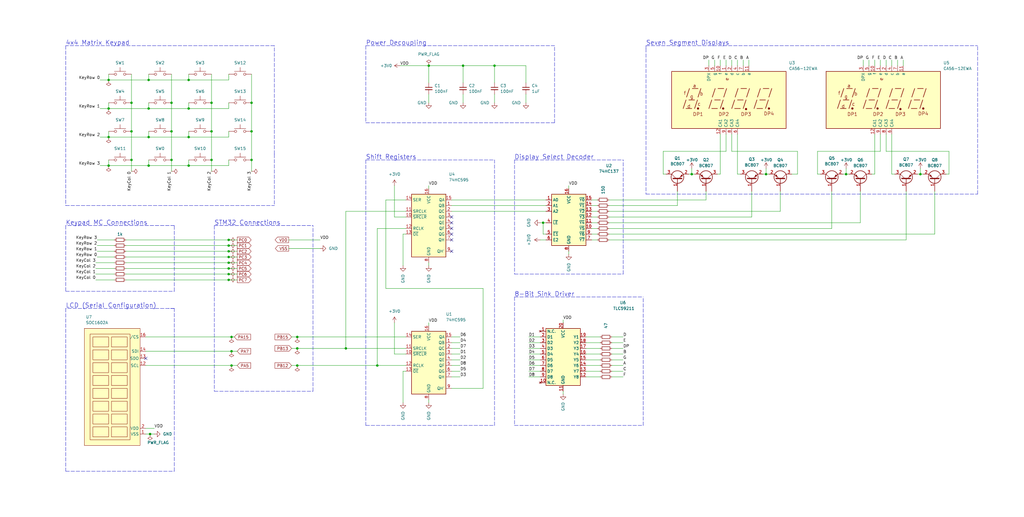
<source format=kicad_sch>
(kicad_sch (version 20211123) (generator eeschema)
  (paper "User" 454.99 230.022)
  (title_block (title "STM32 Serial Display Interface") (date "12/26/2023") (rev "1"))
  (lib_symbols
    (symbol "74xx:74HC137"
      (property "Reference" "U" (at -7.62 13.97 0))
      (property "Value" "74HC137" (at 2.54 -11.43 0))
      (symbol "74HC137_1_1"
        (pin input line (at -10.16 10.16 0) (length 2.54) (name "A0") (number "1"))
        (pin output line (at 10.16 -2.54 180) (length 2.54) (name "~{Y5}") (number "10"))
        (pin output line (at 10.16 0 180) (length 2.54) (name "~{Y4}") (number "11"))
        (pin output line (at 10.16 2.54 180) (length 2.54) (name "~{Y3}") (number "12"))
        (pin output line (at 10.16 5.08 180) (length 2.54) (name "~{Y2}") (number "13"))
        (pin output line (at 10.16 7.62 180) (length 2.54) (name "~{Y1}") (number "14"))
        (pin output line (at 10.16 10.16 180) (length 2.54) (name "~{Y0}") (number "15"))
        (pin power_in line (at 0 15.24 270) (length 2.54) (name "VCC") (number "16"))
        (pin input line (at -10.16 7.62 0) (length 2.54) (name "A1") (number "2"))
        (pin input line (at -10.16 5.08 0) (length 2.54) (name "A2") (number "3"))
        (pin input line (at -10.16 0 0) (length 2.54) (name "~{LE}") (number "4"))
        (pin input line (at -10.16 -5.08 0) (length 2.54) (name "~{E1}") (number "5"))
        (pin input line (at -10.16 -7.62 0) (length 2.54) (name "E2") (number "6"))
        (pin output line (at 10.16 -7.62 180) (length 2.54) (name "~{Y7}") (number "7"))
        (pin power_in line (at 0 -12.7 90) (length 2.54) (name "GND") (number "8"))
        (pin output line (at 10.16 -5.08 180) (length 2.54) (name "~{Y6}") (number "9"))
      )
    )
    (symbol "74xx:74HC595"
      (property "Reference" "U" (at -7.62 13.97 0))
      (property "Value" "74HC595" (at -7.62 -16.51 0))
      (symbol "74HC595_1_0"
        (pin tri_state line (at 10.16 7.62 180) (length 2.54) (name "QB") (number "1"))
        (pin input line (at -10.16 2.54 0) (length 2.54) (name "~{SRCLR}") (number "10"))
        (pin input line (at -10.16 5.08 0) (length 2.54) (name "SRCLK") (number "11"))
        (pin input line (at -10.16 -2.54 0) (length 2.54) (name "RCLK") (number "12"))
        (pin input line (at -10.16 -5.08 0) (length 2.54) (name "~{OE}") (number "13"))
        (pin input line (at -10.16 10.16 0) (length 2.54) (name "SER") (number "14"))
        (pin tri_state line (at 10.16 10.16 180) (length 2.54) (name "QA") (number "15"))
        (pin power_in line (at 0 15.24 270) (length 2.54) (name "VCC") (number "16"))
        (pin tri_state line (at 10.16 5.08 180) (length 2.54) (name "QC") (number "2"))
        (pin tri_state line (at 10.16 2.54 180) (length 2.54) (name "QD") (number "3"))
        (pin tri_state line (at 10.16 0 180) (length 2.54) (name "QE") (number "4"))
        (pin tri_state line (at 10.16 -2.54 180) (length 2.54) (name "QF") (number "5"))
        (pin tri_state line (at 10.16 -5.08 180) (length 2.54) (name "QG") (number "6"))
        (pin tri_state line (at 10.16 -7.62 180) (length 2.54) (name "QH") (number "7"))
        (pin power_in line (at 0 -17.78 90) (length 2.54) (name "GND") (number "8"))
        (pin output line (at 10.16 -12.7 180) (length 2.54) (name "QH'") (number "9"))
      )
    )
    (symbol "Device:C_Small" (pin_numbers hide) (pin_names (offset 0.254) hide)
      (property "Reference" "C" (at 0.254 1.778 0))
      (property "Value" "C_Small" (at 0.254 -2.032 0))
      (symbol "C_Small_1_1"
        (pin passive line (at 0 2.54 270) (length 2.032) (name "~") (number "1"))
        (pin passive line (at 0 -2.54 90) (length 2.032) (name "~") (number "2"))
      )
    )
    (symbol "Device:R_Small" (pin_numbers hide) (pin_names (offset 0.254) hide)
      (property "Reference" "R" (at 0.762 0.508 0))
      (property "Value" "R_Small" (at 0.762 -1.016 0))
      (symbol "R_Small_1_1"
        (pin passive line (at 0 2.54 270) (length 0.762) (name "~") (number "1"))
        (pin passive line (at 0 -2.54 90) (length 0.762) (name "~") (number "2"))
      )
    )
    (symbol "Display_Character:CA56-12EWA"
      (property "Reference" "U" (at -24.13 13.97 0))
      (property "Value" "CA56-12EWA" (at 19.05 13.97 0))
      (symbol "CA56-12EWA_0_0"
        (text "a" (at -15.24 6.35 0) (effects (font (size 1.524 1.524))))
        (text "b" (at -12.192 2.794 0) (effects (font (size 1.524 1.524))))
        (text "c" (at -13.208 -1.778 0) (effects (font (size 1.524 1.524))))
        (text "d" (at -17.78 -2.794 0) (effects (font (size 1.524 1.524))))
        (text "DP1" (at -13.716 -6.35 0) (effects (font (size 1.524 1.524))))
        (text "DP2" (at -2.286 -6.35 0) (effects (font (size 1.524 1.524))))
        (text "DP3" (at 7.62 -6.35 0) (effects (font (size 1.524 1.524))))
        (text "DP4" (at 17.78 -6.096 0) (effects (font (size 1.524 1.524))))
        (text "e" (at -0.889 9.271 900) (effects (font (size 1.524 1.524))))
        (text "f" (at -19.558 3.048 0) (effects (font (size 1.524 1.524))))
        (text "g" (at -16.51 1.524 0) (effects (font (size 1.524 1.524))))
      )
      (symbol "CA56-12EWA_1_1"
        (pin input line (at -1.27 15.24 270) (length 2.54) (name "e") (number "1"))
        (pin input line (at -3.81 15.24 270) (length 2.54) (name "f") (number "10"))
        (pin input line (at 8.89 15.24 270) (length 2.54) (name "a") (number "11"))
        (pin input line (at -3.81 -15.24 90) (length 2.54) (name "CA1") (number "12"))
        (pin input line (at 1.27 15.24 270) (length 2.54) (name "d") (number "2"))
        (pin input line (at -8.89 15.24 270) (length 2.54) (name "DPX") (number "3"))
        (pin input line (at 3.81 15.24 270) (length 2.54) (name "c") (number "4"))
        (pin input line (at -6.35 15.24 270) (length 2.54) (name "g") (number "5"))
        (pin input line (at 3.81 -15.24 90) (length 2.54) (name "CA4") (number "6"))
        (pin input line (at 6.35 15.24 270) (length 2.54) (name "b") (number "7"))
        (pin input line (at 1.27 -15.24 90) (length 2.54) (name "CA3") (number "8"))
        (pin input line (at -1.27 -15.24 90) (length 2.54) (name "CA2") (number "9"))
      )
    )
    (symbol "New_Library:SOC1602A"
      (property "Reference" "U" (at -6.985 6.35 0))
      (property "Value" "SOC1602A" (at -6.985 6.35 0))
      (symbol "SOC1602A_1_1"
        (pin power_in line (at -21.59 11.43 270) (length 2.54) (name "VSS") (number "1"))
        (pin input line (at 8.89 11.43 270) (length 2.54) (name "SCL") (number "12"))
        (pin output line (at 12.065 11.43 270) (length 2.54) (name "SDO") (number "13"))
        (pin input line (at 15.24 11.43 270) (length 2.54) (name "SDI") (number "14"))
        (pin input line (at 21.59 11.43 270) (length 2.54) (name "/CS") (number "16"))
        (pin power_in line (at -19.05 11.43 270) (length 2.54) (name "VDD") (number "2"))
      )
    )
    (symbol "Switch:SW_Push" (pin_numbers hide) (pin_names (offset 1.016) hide)
      (property "Reference" "SW" (at 1.27 2.54 0))
      (property "Value" "SW_Push" (at 0 -1.524 0))
      (symbol "SW_Push_0_1"
        (pin passive line (at -5.08 0 0) (length 2.54) (name "1") (number "1"))
        (pin passive line (at 5.08 0 180) (length 2.54) (name "2") (number "2"))
      )
    )
    (symbol "TLC59211_1"
      (property "Reference" "U6" (at -1.905 0.635 90))
      (property "Value" "TLC59211" (at 0 7.62 90))
      (symbol "TLC59211_1_1_1"
        (pin no_connect line (at -10.16 13.97 0) (length 2.54) (name "N.C.") (number "1"))
        (pin no_connect line (at -10.16 -8.89 0) (length 2.54) (name "N.C.") (number "10"))
        (pin power_in line (at 0 -12.7 90) (length 2.54) (name "GND") (number "11"))
        (pin output line (at 10.16 -6.35 180) (length 2.54) (name "Y8") (number "12"))
        (pin output line (at 10.16 -3.81 180) (length 2.54) (name "Y7") (number "13"))
        (pin output line (at 10.16 -1.27 180) (length 2.54) (name "Y6") (number "14"))
        (pin output line (at 10.16 1.27 180) (length 2.54) (name "Y5") (number "15"))
        (pin output line (at 10.16 3.81 180) (length 2.54) (name "Y4") (number "16"))
        (pin output line (at 10.16 6.35 180) (length 2.54) (name "Y3") (number "17"))
        (pin output line (at 10.16 8.89 180) (length 2.54) (name "Y2") (number "18"))
        (pin output line (at 10.16 11.43 180) (length 2.54) (name "Y1") (number "19"))
        (pin input line (at -10.16 11.43 0) (length 2.54) (name "D1") (number "2"))
        (pin power_in line (at 0 17.78 270) (length 2.54) (name "VCC") (number "20"))
        (pin input line (at -10.16 8.89 0) (length 2.54) (name "D2") (number "3"))
        (pin input line (at -10.16 6.35 0) (length 2.54) (name "D3") (number "4"))
        (pin input line (at -10.16 3.81 0) (length 2.54) (name "D4") (number "5"))
        (pin input line (at -10.16 1.27 0) (length 2.54) (name "D5") (number "6"))
        (pin input line (at -10.16 -1.27 0) (length 2.54) (name "D6") (number "7"))
        (pin input line (at -10.16 -3.81 0) (length 2.54) (name "D7") (number "8"))
        (pin input line (at -10.16 -6.35 0) (length 2.54) (name "D8") (number "9"))
      )
    )
    (symbol "Transistor_BJT:BC807" (pin_names (offset 0) hide)
      (property "Reference" "Q" (at 5.08 1.905 0))
      (property "Value" "BC807" (at 5.08 0 0))
      (symbol "BC807_1_1"
        (pin input line (at -5.08 0 0) (length 5.715) (name "B") (number "1"))
        (pin passive line (at 2.54 -5.08 90) (length 2.54) (name "E") (number "2"))
        (pin passive line (at 2.54 5.08 270) (length 2.54) (name "C") (number "3"))
      )
    )
    (symbol "power:+3V0" (power) (pin_names (offset 0))
      (property "Value" "+3V0" (at 0 3.556 0))
      (symbol "+3V0_1_1"
        (pin power_in line (at 0 0 90) (length 0) hide (name "+3V0") (number "1"))
      )
    )
    (symbol "power:GND" (power) (pin_names (offset 0))
      (property "Value" "GND" (at 0 -3.81 0))
      (symbol "GND_1_1"
        (pin power_in line (at 0 0 270) (length 0) hide (name "GND") (number "1"))
      )
    )
    (symbol "power:PWR_FLAG" (power) (pin_numbers hide) (pin_names (offset 0) hide)
      (property "Value" "PWR_FLAG" (at 0 3.81 0))
      (symbol "PWR_FLAG_0_0"
        (pin power_out line (at 0 0 90) (length 0) (name "pwr") (number "1"))
      )
    )
  )
  (junction (at 167.64 162.56))
  (junction (at 58.42 45.72))
  (junction (at 101.6 109.22))
  (junction (at 76.2 45.72))
  (junction (at 205.74 29.21))
  (junction (at 48.26 73.66))
  (junction (at 111.76 58.42))
  (junction (at 132.08 149.86))
  (junction (at 111.76 45.72))
  (junction (at 48.26 48.26))
  (junction (at 101.5904 121.92))
  (junction (at 66.04 60.96))
  (junction (at 132.08 162.56))
  (junction (at 340.36 77.47))
  (junction (at 307.34 77.47))
  (junction (at 101.6 119.38))
  (junction (at 93.98 58.42))
  (junction (at 132.08 154.94))
  (junction (at 101.6 114.3))
  (junction (at 83.82 35.56))
  (junction (at 111.76 71.12))
  (junction (at 76.2 58.42))
  (junction (at 66.04 73.66))
  (junction (at 101.6 116.84))
  (junction (at 83.82 73.66))
  (junction (at 83.82 60.96))
  (junction (at 102.87 156.21))
  (junction (at 93.98 71.12))
  (junction (at 48.26 60.96))
  (junction (at 101.6 124.46))
  (junction (at 66.04 48.26))
  (junction (at 375.92 77.47))
  (junction (at 101.6 111.76))
  (junction (at 153.67 154.94))
  (junction (at 58.42 58.42))
  (junction (at 48.26 35.56))
  (junction (at 76.2 71.12))
  (junction (at 58.42 71.12))
  (junction (at 66.675 193.04))
  (junction (at 190.5 29.21))
  (junction (at 408.94 77.47))
  (junction (at 219.71 29.21))
  (junction (at 101.6 106.68))
  (junction (at 102.87 162.56))
  (junction (at 83.82 48.26))
  (junction (at 66.04 35.56))
  (junction (at 102.87 149.86))
  (junction (at 241.3 99.06))
  (junction (at 93.98 45.72))
  (no_connect (at 200.66 104.14))
  (no_connect (at 200.66 106.68))
  (no_connect (at 64.77 159.385))
  (no_connect (at 200.66 101.6))
  (no_connect (at 200.66 99.06))
  (no_connect (at 200.66 96.52))
  (no_connect (at 200.66 111.76))
  (wire (pts (xy 270.51 88.9) (xy 313.69 88.9)))
  (wire (pts (xy 83.82 35.56) (xy 66.04 35.56)))
  (polyline (pts (xy 434.34 86.36) (xy 434.34 20.32)))
  (polyline (pts (xy 228.6 132.08) (xy 228.6 189.23)))
  (wire (pts (xy 190.5 82.55) (xy 190.5 83.82)))
  (wire (pts (xy 265.43 104.14) (xy 262.89 104.14)))
  (polyline (pts (xy 77.47 129.54) (xy 77.47 100.33)))
  (polyline (pts (xy 77.47 137.16) (xy 29.21 137.16)))
  (wire (pts (xy 111.76 58.42) (xy 111.76 71.12)))
  (wire (pts (xy 242.57 99.06) (xy 241.3 99.06)))
  (wire (pts (xy 393.7 59.69) (xy 393.7 67.31)))
  (wire (pts (xy 398.78 26.67) (xy 398.78 29.21)))
  (polyline (pts (xy 77.47 137.16) (xy 74.93 137.16)))
  (wire (pts (xy 43.18 106.68) (xy 50.8 106.68)))
  (wire (pts (xy 44.45 60.96) (xy 48.26 60.96)))
  (wire (pts (xy 111.76 71.12) (xy 111.76 76.2)))
  (wire (pts (xy 101.6 124.46) (xy 105.41 124.46)))
  (wire (pts (xy 313.69 85.09) (xy 313.69 88.9)))
  (wire (pts (xy 48.26 48.26) (xy 66.04 48.26)))
  (wire (pts (xy 386.08 26.67) (xy 386.08 29.21)))
  (polyline (pts (xy 121.92 20.32) (xy 29.21 20.32)))
  (polyline (pts (xy 228.6 132.08) (xy 285.75 132.08)))
  (wire (pts (xy 101.6 35.56) (xy 83.82 35.56)))
  (wire (pts (xy 55.88 116.84) (xy 101.6 116.84)))
  (wire (pts (xy 234.95 157.48) (xy 240.03 157.48)))
  (wire (pts (xy 101.6 48.26) (xy 83.82 48.26)))
  (wire (pts (xy 58.42 58.42) (xy 58.42 71.12)))
  (wire (pts (xy 325.12 26.67) (xy 325.12 29.21)))
  (wire (pts (xy 266.7 162.56) (xy 260.35 162.56)))
  (wire (pts (xy 83.82 58.42) (xy 83.82 60.96)))
  (wire (pts (xy 48.26 60.96) (xy 66.04 60.96)))
  (wire (pts (xy 43.18 114.3) (xy 50.8 114.3)))
  (wire (pts (xy 396.24 77.47) (xy 397.51 77.47)))
  (polyline (pts (xy 287.02 20.32) (xy 287.02 21.59)))
  (wire (pts (xy 83.82 48.26) (xy 66.04 48.26)))
  (wire (pts (xy 234.95 154.94) (xy 240.03 154.94)))
  (wire (pts (xy 402.59 106.68) (xy 270.51 106.68)))
  (wire (pts (xy 58.42 33.02) (xy 58.42 45.72)))
  (wire (pts (xy 179.07 104.14) (xy 179.07 118.11)))
  (polyline (pts (xy 162.56 20.32) (xy 162.56 54.61)))
  (wire (pts (xy 322.58 59.69) (xy 322.58 67.31)))
  (wire (pts (xy 83.82 33.02) (xy 83.82 35.56)))
  (wire (pts (xy 101.6 33.02) (xy 101.6 35.56)))
  (wire (pts (xy 407.67 77.47) (xy 408.94 77.47)))
  (polyline (pts (xy 95.25 100.33) (xy 95.25 173.99)))
  (wire (pts (xy 294.64 67.31) (xy 294.64 77.47)))
  (wire (pts (xy 44.45 73.66) (xy 48.26 73.66)))
  (wire (pts (xy 93.98 71.12) (xy 93.98 76.2)))
  (polyline (pts (xy 162.56 20.32) (xy 246.38 20.32)))
  (wire (pts (xy 276.86 154.94) (xy 271.78 154.94)))
  (wire (pts (xy 363.22 67.31) (xy 363.22 77.47)))
  (wire (pts (xy 233.68 41.91) (xy 233.68 45.72)))
  (wire (pts (xy 200.66 88.9) (xy 242.57 88.9)))
  (polyline (pts (xy 162.56 71.12) (xy 162.56 189.23)))
  (wire (pts (xy 111.76 33.02) (xy 111.76 45.72)))
  (wire (pts (xy 44.45 48.26) (xy 48.26 48.26)))
  (wire (pts (xy 391.16 26.67) (xy 391.16 29.21)))
  (wire (pts (xy 393.7 67.31) (xy 421.64 67.31)))
  (polyline (pts (xy 162.56 54.61) (xy 246.38 54.61)))
  (wire (pts (xy 102.87 149.86) (xy 64.77 149.86)))
  (wire (pts (xy 48.26 35.56) (xy 66.04 35.56)))
  (wire (pts (xy 205.74 29.21) (xy 190.5 29.21)))
  (wire (pts (xy 234.95 162.56) (xy 240.03 162.56)))
  (wire (pts (xy 93.98 58.42) (xy 93.98 71.12)))
  (polyline (pts (xy 95.25 100.33) (xy 139.065 100.33)))
  (polyline (pts (xy 29.21 20.32) (xy 29.21 91.44)))
  (wire (pts (xy 180.34 93.98) (xy 153.67 93.98)))
  (wire (pts (xy 48.26 73.66) (xy 66.04 73.66)))
  (wire (pts (xy 101.6 111.76) (xy 105.41 111.76)))
  (wire (pts (xy 101.5904 121.92) (xy 105.41 121.92)))
  (wire (pts (xy 234.95 167.64) (xy 240.03 167.64)))
  (wire (pts (xy 76.2 71.12) (xy 76.2 76.2)))
  (wire (pts (xy 101.6 71.12) (xy 101.6 73.66)))
  (wire (pts (xy 128.27 110.49) (xy 142.24 110.49)))
  (wire (pts (xy 175.26 157.48) (xy 175.26 143.51)))
  (wire (pts (xy 132.08 162.56) (xy 167.64 162.56)))
  (wire (pts (xy 205.74 41.91) (xy 205.74 45.72)))
  (wire (pts (xy 167.64 162.56) (xy 180.34 162.56)))
  (polyline (pts (xy 246.38 54.61) (xy 246.38 20.32)))
  (wire (pts (xy 234.95 160.02) (xy 240.03 160.02)))
  (polyline (pts (xy 121.92 68.58) (xy 121.92 91.44)))
  (polyline (pts (xy 276.86 121.92) (xy 276.86 71.12)))
  (wire (pts (xy 44.45 35.56) (xy 48.26 35.56)))
  (wire (pts (xy 317.5 26.67) (xy 317.5 29.21)))
  (wire (pts (xy 190.5 116.84) (xy 190.5 118.11)))
  (wire (pts (xy 219.71 29.21) (xy 205.74 29.21)))
  (wire (pts (xy 93.98 33.02) (xy 93.98 45.72)))
  (wire (pts (xy 300.99 85.09) (xy 300.99 91.44)))
  (wire (pts (xy 375.92 77.47) (xy 377.19 77.47)))
  (wire (pts (xy 200.66 154.94) (xy 204.47 154.94)))
  (wire (pts (xy 276.86 157.48) (xy 271.78 157.48)))
  (wire (pts (xy 346.71 93.98) (xy 270.51 93.98)))
  (polyline (pts (xy 162.56 189.23) (xy 219.71 189.23)))
  (wire (pts (xy 408.94 77.47) (xy 410.21 77.47)))
  (wire (pts (xy 234.95 152.4) (xy 240.03 152.4)))
  (wire (pts (xy 320.04 59.69) (xy 320.04 77.47)))
  (wire (pts (xy 252.73 111.76) (xy 252.73 113.03)))
  (wire (pts (xy 241.3 99.06) (xy 240.03 99.06)))
  (polyline (pts (xy 29.21 91.44) (xy 121.92 91.44)))
  (wire (pts (xy 153.67 154.94) (xy 132.08 154.94)))
  (wire (pts (xy 200.66 93.98) (xy 242.57 93.98)))
  (wire (pts (xy 101.6 58.42) (xy 101.6 60.96)))
  (wire (pts (xy 190.5 29.21) (xy 190.5 36.83)))
  (wire (pts (xy 250.19 175.26) (xy 250.19 173.99)))
  (wire (pts (xy 334.01 96.52) (xy 270.51 96.52)))
  (wire (pts (xy 265.43 106.68) (xy 262.89 106.68)))
  (wire (pts (xy 101.6 106.68) (xy 105.41 106.68)))
  (wire (pts (xy 250.19 142.24) (xy 250.19 143.51)))
  (wire (pts (xy 48.26 33.02) (xy 48.26 35.56)))
  (wire (pts (xy 101.6 116.84) (xy 105.41 116.84)))
  (wire (pts (xy 369.57 101.6) (xy 270.51 101.6)))
  (wire (pts (xy 83.82 71.12) (xy 83.82 73.66)))
  (wire (pts (xy 219.71 36.83) (xy 219.71 29.21)))
  (wire (pts (xy 266.7 157.48) (xy 260.35 157.48)))
  (wire (pts (xy 58.42 45.72) (xy 58.42 58.42)))
  (wire (pts (xy 55.88 114.3) (xy 101.6 114.3)))
  (polyline (pts (xy 162.56 71.12) (xy 219.71 71.12)))
  (wire (pts (xy 55.88 119.38) (xy 101.6 119.38)))
  (wire (pts (xy 55.88 109.22) (xy 101.6 109.22)))
  (wire (pts (xy 42.545 124.46) (xy 50.8 124.46)))
  (wire (pts (xy 66.04 73.66) (xy 66.04 71.12)))
  (wire (pts (xy 265.43 99.06) (xy 262.89 99.06)))
  (wire (pts (xy 374.65 77.47) (xy 375.92 77.47)))
  (wire (pts (xy 200.66 91.44) (xy 242.57 91.44)))
  (wire (pts (xy 190.5 143.51) (xy 190.5 144.78)))
  (wire (pts (xy 66.675 193.04) (xy 64.77 193.04)))
  (wire (pts (xy 200.66 160.02) (xy 204.47 160.02)))
  (wire (pts (xy 42.545 119.38) (xy 50.8 119.38)))
  (wire (pts (xy 101.6 45.72) (xy 101.6 48.26)))
  (wire (pts (xy 241.3 104.14) (xy 241.3 99.06)))
  (wire (pts (xy 396.24 59.69) (xy 396.24 77.47)))
  (wire (pts (xy 307.34 77.47) (xy 308.61 77.47)))
  (wire (pts (xy 200.66 165.1) (xy 204.47 165.1)))
  (polyline (pts (xy 29.21 100.33) (xy 29.21 129.54)))
  (wire (pts (xy 105.41 156.21) (xy 102.87 156.21)))
  (wire (pts (xy 66.04 35.56) (xy 66.04 33.02)))
  (wire (pts (xy 265.43 88.9) (xy 262.89 88.9)))
  (wire (pts (xy 330.2 26.67) (xy 330.2 29.21)))
  (wire (pts (xy 339.09 77.47) (xy 340.36 77.47)))
  (wire (pts (xy 307.34 74.93) (xy 307.34 77.47)))
  (wire (pts (xy 266.7 160.02) (xy 260.35 160.02)))
  (wire (pts (xy 93.98 45.72) (xy 93.98 58.42)))
  (wire (pts (xy 320.04 77.47) (xy 318.77 77.47)))
  (wire (pts (xy 242.57 106.68) (xy 240.03 106.68)))
  (wire (pts (xy 48.26 45.72) (xy 48.26 48.26)))
  (wire (pts (xy 314.96 26.67) (xy 314.96 29.21)))
  (wire (pts (xy 322.58 26.67) (xy 322.58 29.21)))
  (wire (pts (xy 415.29 104.14) (xy 270.51 104.14)))
  (wire (pts (xy 128.27 106.68) (xy 142.24 106.68)))
  (wire (pts (xy 276.86 162.56) (xy 271.78 162.56)))
  (wire (pts (xy 200.66 172.72) (xy 214.63 172.72)))
  (wire (pts (xy 375.92 74.93) (xy 375.92 77.47)))
  (wire (pts (xy 179.07 104.14) (xy 180.34 104.14)))
  (wire (pts (xy 102.87 156.21) (xy 64.77 156.21)))
  (wire (pts (xy 200.66 149.86) (xy 204.47 149.86)))
  (wire (pts (xy 340.36 77.47) (xy 341.63 77.47)))
  (wire (pts (xy 265.43 91.44) (xy 262.89 91.44)))
  (wire (pts (xy 265.43 96.52) (xy 262.89 96.52)))
  (wire (pts (xy 43.18 111.76) (xy 50.8 111.76)))
  (wire (pts (xy 83.82 45.72) (xy 83.82 48.26)))
  (wire (pts (xy 214.63 172.72) (xy 214.63 128.27)))
  (wire (pts (xy 132.08 154.94) (xy 129.54 154.94)))
  (wire (pts (xy 393.7 26.67) (xy 393.7 29.21)))
  (polyline (pts (xy 219.71 189.23) (xy 219.71 71.12)))
  (wire (pts (xy 270.51 99.06) (xy 382.27 99.06)))
  (wire (pts (xy 276.86 167.64) (xy 271.78 167.64)))
  (polyline (pts (xy 228.6 189.23) (xy 285.75 189.23)))
  (wire (pts (xy 369.57 85.09) (xy 369.57 101.6)))
  (wire (pts (xy 266.7 167.64) (xy 260.35 167.64)))
  (polyline (pts (xy 121.92 68.58) (xy 121.92 20.32)))
  (wire (pts (xy 382.27 85.09) (xy 382.27 99.06)))
  (wire (pts (xy 190.5 177.8) (xy 190.5 179.07)))
  (wire (pts (xy 396.24 26.67) (xy 396.24 29.21)))
  (wire (pts (xy 391.16 59.69) (xy 391.16 67.31)))
  (wire (pts (xy 340.36 74.93) (xy 340.36 77.47)))
  (polyline (pts (xy 29.21 129.54) (xy 77.47 129.54)))
  (wire (pts (xy 101.6 109.22) (xy 105.41 109.22)))
  (polyline (pts (xy 29.21 137.16) (xy 29.21 209.55)))
  (wire (pts (xy 55.88 124.46) (xy 101.6 124.46)))
  (wire (pts (xy 68.58 193.04) (xy 66.675 193.04)))
  (wire (pts (xy 276.86 152.4) (xy 271.78 152.4)))
  (wire (pts (xy 102.87 162.56) (xy 64.77 162.56)))
  (wire (pts (xy 104.14 149.86) (xy 102.87 149.86)))
  (wire (pts (xy 325.12 59.69) (xy 325.12 67.31)))
  (wire (pts (xy 421.64 77.47) (xy 420.37 77.47)))
  (wire (pts (xy 200.66 152.4) (xy 204.47 152.4)))
  (wire (pts (xy 180.34 96.52) (xy 175.26 96.52)))
  (wire (pts (xy 266.7 165.1) (xy 260.35 165.1)))
  (wire (pts (xy 101.6 114.3) (xy 105.41 114.3)))
  (wire (pts (xy 153.67 93.98) (xy 153.67 154.94)))
  (wire (pts (xy 294.64 77.47) (xy 295.91 77.47)))
  (wire (pts (xy 171.45 128.27) (xy 171.45 88.9)))
  (polyline (pts (xy 287.02 20.32) (xy 434.34 20.32)))
  (wire (pts (xy 179.07 165.1) (xy 180.34 165.1)))
  (polyline (pts (xy 29.21 209.55) (xy 77.47 209.55)))
  (wire (pts (xy 101.6 73.66) (xy 83.82 73.66)))
  (wire (pts (xy 327.66 77.47) (xy 328.93 77.47)))
  (wire (pts (xy 205.74 36.83) (xy 205.74 29.21)))
  (wire (pts (xy 43.18 109.22) (xy 50.8 109.22)))
  (wire (pts (xy 346.71 85.09) (xy 346.71 93.98)))
  (wire (pts (xy 42.545 121.92) (xy 50.8 121.92)))
  (wire (pts (xy 55.88 121.92) (xy 101.5904 121.92)))
  (polyline (pts (xy 139.065 173.99) (xy 139.065 100.33)))
  (wire (pts (xy 401.32 26.67) (xy 401.32 29.21)))
  (wire (pts (xy 180.34 154.94) (xy 153.67 154.94)))
  (polyline (pts (xy 285.75 189.23) (xy 285.75 132.08)))
  (wire (pts (xy 276.86 160.02) (xy 271.78 160.02)))
  (wire (pts (xy 190.5 41.91) (xy 190.5 45.72)))
  (wire (pts (xy 55.88 106.68) (xy 101.6 106.68)))
  (wire (pts (xy 363.22 77.47) (xy 364.49 77.47)))
  (wire (pts (xy 233.68 36.83) (xy 233.68 29.21)))
  (wire (pts (xy 55.88 111.76) (xy 101.6 111.76)))
  (wire (pts (xy 306.07 77.47) (xy 307.34 77.47)))
  (wire (pts (xy 200.66 157.48) (xy 204.47 157.48)))
  (wire (pts (xy 408.94 74.93) (xy 408.94 77.47)))
  (wire (pts (xy 265.43 101.6) (xy 262.89 101.6)))
  (wire (pts (xy 276.86 165.1) (xy 271.78 165.1)))
  (wire (pts (xy 76.2 45.72) (xy 76.2 58.42)))
  (wire (pts (xy 111.76 45.72) (xy 111.76 58.42)))
  (wire (pts (xy 180.34 157.48) (xy 175.26 157.48)))
  (wire (pts (xy 105.41 162.56) (xy 102.87 162.56)))
  (wire (pts (xy 252.73 82.55) (xy 252.73 83.82)))
  (polyline (pts (xy 228.6 121.92) (xy 276.86 121.92)))
  (wire (pts (xy 101.6 60.96) (xy 83.82 60.96)))
  (wire (pts (xy 266.7 149.86) (xy 260.35 149.86)))
  (wire (pts (xy 129.54 162.56) (xy 132.08 162.56)))
  (wire (pts (xy 66.04 60.96) (xy 66.04 58.42)))
  (wire (pts (xy 334.01 85.09) (xy 334.01 96.52)))
  (wire (pts (xy 421.64 67.31) (xy 421.64 77.47)))
  (wire (pts (xy 180.34 101.6) (xy 167.64 101.6)))
  (wire (pts (xy 129.54 149.86) (xy 132.08 149.86)))
  (polyline (pts (xy 287.02 86.36) (xy 434.34 86.36)))
  (wire (pts (xy 391.16 67.31) (xy 363.22 67.31)))
  (wire (pts (xy 179.07 165.1) (xy 179.07 179.07)))
  (wire (pts (xy 58.42 71.12) (xy 58.42 76.2)))
  (wire (pts (xy 76.2 58.42) (xy 76.2 71.12)))
  (wire (pts (xy 327.66 26.67) (xy 327.66 29.21)))
  (wire (pts (xy 320.04 26.67) (xy 320.04 29.21)))
  (wire (pts (xy 66.04 48.26) (xy 66.04 45.72)))
  (wire (pts (xy 42.545 116.84) (xy 50.8 116.84)))
  (wire (pts (xy 402.59 85.09) (xy 402.59 106.68)))
  (wire (pts (xy 234.95 165.1) (xy 240.03 165.1)))
  (wire (pts (xy 171.45 88.9) (xy 180.34 88.9)))
  (wire (pts (xy 219.71 41.91) (xy 219.71 45.72)))
  (wire (pts (xy 388.62 59.69) (xy 388.62 77.47)))
  (wire (pts (xy 175.26 96.52) (xy 175.26 82.55)))
  (wire (pts (xy 388.62 26.67) (xy 388.62 29.21)))
  (wire (pts (xy 83.82 73.66) (xy 66.04 73.66)))
  (wire (pts (xy 332.74 26.67) (xy 332.74 29.21)))
  (wire (pts (xy 327.66 59.69) (xy 327.66 77.47)))
  (wire (pts (xy 48.26 71.12) (xy 48.26 73.66)))
  (wire (pts (xy 167.64 101.6) (xy 167.64 162.56)))
  (polyline (pts (xy 77.47 209.55) (xy 77.47 137.16)))
  (wire (pts (xy 388.62 77.47) (xy 387.35 77.47)))
  (wire (pts (xy 265.43 93.98) (xy 262.89 93.98)))
  (wire (pts (xy 101.6 119.38) (xy 105.41 119.38)))
  (wire (pts (xy 300.99 91.44) (xy 270.51 91.44)))
  (wire (pts (xy 383.54 26.67) (xy 383.54 29.21)))
  (wire (pts (xy 242.57 104.14) (xy 241.3 104.14)))
  (wire (pts (xy 214.63 128.27) (xy 171.45 128.27)))
  (wire (pts (xy 276.86 149.86) (xy 271.78 149.86)))
  (polyline (pts (xy 228.6 71.12) (xy 276.86 71.12)))
  (wire (pts (xy 200.66 162.56) (xy 204.47 162.56)))
  (wire (pts (xy 83.82 60.96) (xy 66.04 60.96)))
  (polyline (pts (xy 77.47 100.33) (xy 29.21 100.33)))
  (wire (pts (xy 48.26 58.42) (xy 48.26 60.96)))
  (wire (pts (xy 177.8 29.21) (xy 190.5 29.21)))
  (polyline (pts (xy 228.6 71.12) (xy 228.6 121.92)))
  (wire (pts (xy 354.33 67.31) (xy 354.33 77.47)))
  (polyline (pts (xy 95.25 173.99) (xy 139.065 173.99)))
  (wire (pts (xy 234.95 149.86) (xy 240.03 149.86)))
  (wire (pts (xy 322.58 67.31) (xy 294.64 67.31)))
  (wire (pts (xy 325.12 67.31) (xy 354.33 67.31)))
  (wire (pts (xy 132.08 149.86) (xy 180.34 149.86)))
  (wire (pts (xy 68.58 190.5) (xy 64.77 190.5)))
  (wire (pts (xy 233.68 29.21) (xy 219.71 29.21)))
  (wire (pts (xy 354.33 77.47) (xy 351.79 77.47)))
  (wire (pts (xy 266.7 154.94) (xy 260.35 154.94)))
  (polyline (pts (xy 287.02 21.59) (xy 287.02 86.36)))
  (wire (pts (xy 415.29 85.09) (xy 415.29 104.14)))
  (wire (pts (xy 200.66 167.64) (xy 204.47 167.64)))
  (wire (pts (xy 76.2 33.02) (xy 76.2 45.72)))
  (wire (pts (xy 266.7 152.4) (xy 260.35 152.4)))
  (text "Display Select Decoder\n" (at 228.6 71.12 0) (effects (font (size 2 2)) (justify left bottom)))
  (text "4x4 Matrix Keypad\n" (at 29.21 20.32 0) (effects (font (size 2 2)) (justify left bottom)))
  (text "STM32 Connections" (at 95.25 100.33 0) (effects (font (size 2 2)) (justify left bottom)))
  (text "LCD (Serial Configuration)" (at 29.21 137.16 0) (effects (font (size 2 2)) (justify left bottom)))
  (text "Power Decoupling" (at 162.56 20.32 0) (effects (font (size 2 2)) (justify left bottom)))
  (text "Seven Segment Displays\n" (at 287.02 20.32 0) (effects (font (size 2 2)) (justify left bottom)))
  (text "Shift Registers" (at 162.56 71.12 0) (effects (font (size 2 2)) (justify left bottom)))
  (text "Keypad MC Connections\n" (at 29.21 100.33 0) (effects (font (size 2 2)) (justify left bottom)))
  (text "8-Bit Sink Driver\n" (at 228.6 132.08 0) (effects (font (size 2 2)) (justify left bottom)))
  (label "VDD" (at 177.8 29.21 0))
  (label "KeyRow 1" (at 43.18 111.76 180))
  (label "VDD" (at 142.24 106.68 0))
  (label "KeyRow 2" (at 44.45 60.96 180))
  (label "KeyRow 1" (at 44.45 48.26 180))
  (label "KeyCol 3" (at 42.545 116.84 180))
  (label "DP" (at 383.54 26.67 180))
  (label "D3" (at 204.47 167.64 0))
  (label "VDD" (at 250.19 142.24 0))
  (label "A" (at 332.74 26.67 180))
  (label "D6" (at 234.95 162.56 0))
  (label "B" (at 330.2 26.67 180))
  (label "KeyCol 2" (at 42.545 119.38 180))
  (label "KeyCol 1" (at 76.2 76.2 270))
  (label "D5" (at 204.47 165.1 0))
  (label "D" (at 393.7 26.67 180))
  (label "D8" (at 204.47 162.56 0))
  (label "KeyCol 1" (at 42.545 121.92 180))
  (label "C" (at 327.66 26.67 180))
  (label "D7" (at 234.95 165.1 0))
  (label "E" (at 322.58 26.67 180))
  (label "D2" (at 234.95 152.4 0))
  (label "VDD" (at 68.58 190.5 0))
  (label "D" (at 325.12 26.67 180))
  (label "G" (at 276.86 160.02 0))
  (label "D1" (at 204.47 157.48 0))
  (label "KeyRow 0" (at 44.45 35.56 180))
  (label "D" (at 276.86 149.86 0))
  (label "D4" (at 234.95 157.48 0))
  (label "D1" (at 234.95 149.86 0))
  (label "KeyRow 3" (at 44.45 73.66 180))
  (label "KeyCol 0" (at 42.545 124.46 180))
  (label "A" (at 276.86 162.56 0))
  (label "KeyCol 3" (at 111.76 76.2 270))
  (label "F" (at 276.86 167.64 0))
  (label "D6" (at 204.47 149.86 0))
  (label "E" (at 391.16 26.67 180))
  (label "C" (at 396.24 26.67 180))
  (label "D2" (at 204.47 160.02 0))
  (label "G" (at 317.5 26.67 180))
  (label "VDD" (at 190.5 143.51 0))
  (label "KeyRow 0" (at 43.18 114.3 180))
  (label "DP" (at 276.86 154.94 0))
  (label "D3" (at 234.95 154.94 0))
  (label "VDD" (at 252.73 82.55 0))
  (label "D5" (at 234.95 160.02 0))
  (label "G" (at 386.08 26.67 180))
  (label "C" (at 276.86 165.1 0))
  (label "KeyRow 2" (at 43.18 109.22 180))
  (label "B" (at 398.78 26.67 180))
  (label "DP" (at 314.96 26.67 180))
  (label "F" (at 320.04 26.67 180))
  (label "D8" (at 234.95 167.64 0))
  (label "D4" (at 204.47 152.4 0))
  (label "KeyCol 0" (at 58.42 76.2 270))
  (label "A" (at 401.32 26.67 180))
  (label "B" (at 276.86 157.48 0))
  (label "KeyRow 3" (at 43.18 106.68 180))
  (label "VDD" (at 190.5 82.55 0))
  (label "D7" (at 204.47 154.94 0))
  (label "KeyCol 2" (at 93.98 76.2 270))
  (label "E" (at 276.86 152.4 0))
  (label "F" (at 388.62 26.67 180))
  (global_label "PA7" (shape input) (at 105.41 156.21 0) (property "Intersheet References" "${INTERSHEET_REFS}" (effects hide)))
  (global_label "PA5" (shape input) (at 105.41 162.56 0) (property "Intersheet References" "${INTERSHEET_REFS}" (effects hide)))
  (global_label "PC3" (shape output) (at 105.41 114.3 0) (property "Intersheet References" "${INTERSHEET_REFS}" (effects hide)))
  (global_label "PB13" (shape input) (at 129.54 154.94 180) (property "Intersheet References" "${INTERSHEET_REFS}" (effects hide)))
  (global_label "PB15" (shape input) (at 129.54 149.86 180) (property "Intersheet References" "${INTERSHEET_REFS}" (effects hide)))
  (global_label "PC2" (shape output) (at 105.41 111.76 0) (property "Intersheet References" "${INTERSHEET_REFS}" (effects hide)))
  (global_label "PC1" (shape output) (at 105.41 109.22 0) (property "Intersheet References" "${INTERSHEET_REFS}" (effects hide)))
  (global_label "PC5" (shape output) (at 105.41 119.38 0) (property "Intersheet References" "${INTERSHEET_REFS}" (effects hide)))
  (global_label "VDD" (shape output) (at 128.27 106.68 180) (property "Intersheet References" "${INTERSHEET_REFS}" (effects hide)))
  (global_label "PC6" (shape output) (at 105.41 121.92 0) (property "Intersheet References" "${INTERSHEET_REFS}" (effects hide)))
  (global_label "PA15" (shape input) (at 104.14 149.86 0) (property "Intersheet References" "${INTERSHEET_REFS}" (effects hide)))
  (global_label "PC4" (shape output) (at 105.41 116.84 0) (property "Intersheet References" "${INTERSHEET_REFS}" (effects hide)))
  (global_label "PC0" (shape output) (at 105.41 106.68 0) (property "Intersheet References" "${INTERSHEET_REFS}" (effects hide)))
  (global_label "PC7" (shape output) (at 105.41 124.46 0) (property "Intersheet References" "${INTERSHEET_REFS}" (effects hide)))
  (global_label "VSS" (shape output) (at 128.27 110.49 180) (property "Intersheet References" "${INTERSHEET_REFS}" (effects hide)))
  (global_label "PB12" (shape input) (at 129.54 162.56 180) (property "Intersheet References" "${INTERSHEET_REFS}" (effects hide)))
  (symbol (lib_id "Switch:SW_Push") (at 88.9 45.72 0) (unit 1)
    (property "Reference" "SW6" (at 88.9 40.64 0))
    (property "Value" "SW_Push" (effects hide))
  )
  (symbol (lib_id "Device:R_Small") (at 269.24 165.1 270) (unit 1)
    (property "Reference" "R15" (effects hide))
    (property "Value" "47" (effects hide))
  )
  (symbol (lib_id "Device:R_Small") (at 269.24 152.4 270) (unit 1)
    (property "Reference" "R10" (effects hide))
    (property "Value" "47" (effects hide))
  )
  (symbol (lib_id "power:GND") (at 179.07 179.07 0) (unit 1)
    (property "Reference" "#PWR0114" (effects hide))
    (property "Value" "GND" (at 179.0701 182.88 90) (effects (justify right)))
  )
  (symbol (lib_id "Device:C_Small") (at 190.5 39.37 0) (unit 1)
    (property "Reference" "C1" (at 193.04 38.1062 0) (effects (justify left)))
    (property "Value" "100nF" (at 193.04 40.6462 0) (effects (justify left)))
  )
  (symbol (lib_id "Display_Character:CA56-12EWA") (at 323.85 44.45 0) (unit 1)
    (property "Reference" "U3" (at 350.52 27.94 0) (effects (justify left)))
    (property "Value" "CA56-12EWA" (at 350.52 30.48 0) (effects (justify left)))
    (property "Footprint" "Display_7Segment:CA56-12EWA" (effects hide))
    (property "Datasheet" "http://www.kingbrightusa.com/images/catalog/SPEC/CA56-12EWA.pdf" (effects hide))
  )
  (symbol (lib_id "power:PWR_FLAG") (at 190.5 29.21 0) (unit 1)
    (property "Reference" "#FLG0101" (effects hide))
    (property "Value" "PWR_FLAG" (at 190.5 24.13 0))
  )
  (symbol (lib_id "Device:R_Small") (at 53.34 124.46 270) (mirror x) (unit 1)
    (property "Reference" "R8" (effects hide))
    (property "Value" "1k" (effects hide))
  )
  (symbol (lib_id "Device:R_Small") (at 53.34 109.22 270) (mirror x) (unit 1)
    (property "Reference" "R2" (effects hide))
    (property "Value" "1k" (effects hide))
  )
  (symbol (lib_id "74xx:74HC595") (at 190.5 160.02 0) (unit 1)
    (property "Reference" "U1" (at 198.12 139.7 0) (effects (justify left)))
    (property "Value" "74HC595" (at 198.12 142.24 0) (effects (justify left)))
    (property "Datasheet" "http://www.ti.com/lit/ds/symlink/sn74hc595.pdf" (effects hide))
  )
  (symbol (lib_id "Transistor_BJT:BC807") (at 334.01 80.01 90) (unit 1)
    (property "Reference" "Q3" (at 334.01 70.8496 90))
    (property "Value" "BC807" (at 334.01 73.3896 90))
    (property "Footprint" "Package_TO_SOT_SMD:SOT-23" (effects hide))
    (property "Datasheet" "https://www.onsemi.com/pub/Collateral/BC808-D.pdf" (effects hide))
  )
  (symbol (lib_id "Transistor_BJT:BC807") (at 300.99 80.01 90) (unit 1)
    (property "Reference" "Q1" (at 300.99 70.367 90))
    (property "Value" "BC807" (at 300.99 72.907 90))
    (property "Footprint" "Package_TO_SOT_SMD:SOT-23" (effects hide))
    (property "Datasheet" "https://www.onsemi.com/pub/Collateral/BC808-D.pdf" (effects hide))
  )
  (symbol (lib_id "power:PWR_FLAG") (at 101.6 114.3 270) (unit 1)
    (property "Reference" "#FLG0122" (effects hide))
    (property "Value" "PWR_FLAG" (effects hide))
  )
  (symbol (lib_name "TLC59211_1") (lib_id "New_Library:TLC59211") (at 250.19 161.29 0) (unit 1)
    (property "Reference" "U6" (at 278.13 134.62 0) (effects (justify right)))
    (property "Value" "TLC59211" (at 281.94 137.16 0) (effects (justify right)))
  )
  (symbol (lib_id "Device:C_Small") (at 233.68 39.37 0) (unit 1)
    (property "Reference" "C4" (at 236.22 38.1062 0) (effects (justify left)))
    (property "Value" "1uF" (at 236.22 40.6462 0) (effects (justify left)))
  )
  (symbol (lib_id "Switch:SW_Push") (at 53.34 71.12 0) (unit 1)
    (property "Reference" "SW11" (at 53.34 66.04 0))
    (property "Value" "SW_Push" (effects hide))
  )
  (symbol (lib_id "Device:C_Small") (at 219.71 39.37 0) (unit 1)
    (property "Reference" "C3" (at 222.25 38.1062 0) (effects (justify left)))
    (property "Value" "100nF" (at 222.25 40.6462 0) (effects (justify left)))
  )
  (symbol (lib_id "power:PWR_FLAG") (at 101.6 106.68 270) (unit 1)
    (property "Reference" "#FLG0117" (effects hide))
    (property "Value" "PWR_FLAG" (effects hide))
  )
  (symbol (lib_id "Device:R_Small") (at 269.24 162.56 270) (unit 1)
    (property "Reference" "R14" (effects hide))
    (property "Value" "47" (effects hide))
  )
  (symbol (lib_id "Device:R_Small") (at 53.34 114.3 270) (mirror x) (unit 1)
    (property "Reference" "R4" (effects hide))
    (property "Value" "1k" (at 52.07 104.14 90) (effects (justify left)))
  )
  (symbol (lib_id "power:+3V0") (at 375.92 74.93 0) (unit 1)
    (property "Reference" "#PWR0110" (effects hide))
    (property "Value" "+3V0" (at 373.38 71.12 0) (effects (justify left)))
  )
  (symbol (lib_id "power:PWR_FLAG") (at 101.5904 121.92 270) (unit 1)
    (property "Reference" "#FLG0120" (effects hide))
    (property "Value" "PWR_FLAG" (effects hide))
  )
  (symbol (lib_id "Display_Character:CA56-12EWA") (at 392.43 44.45 0) (unit 1)
    (property "Reference" "U5" (at 419.1 27.94 0) (effects (justify left)))
    (property "Value" "CA56-12EWA" (at 419.1 30.48 0) (effects (justify left)))
    (property "Footprint" "Display_7Segment:CA56-12EWA" (effects hide))
    (property "Datasheet" "http://www.kingbrightusa.com/images/catalog/SPEC/CA56-12EWA.pdf" (effects hide))
  )
  (symbol (lib_id "Switch:SW_Push") (at 71.12 58.42 0) (unit 1)
    (property "Reference" "SW8" (at 71.12 53.34 0))
    (property "Value" "SW_Push" (effects hide))
  )
  (symbol (lib_id "Device:R_Small") (at 269.24 160.02 270) (unit 1)
    (property "Reference" "R13" (effects hide))
    (property "Value" "47" (effects hide))
  )
  (symbol (lib_id "power:PWR_FLAG") (at 66.675 193.04 180) (unit 1)
    (property "Reference" "#FLG0102" (effects hide))
    (property "Value" "PWR_FLAG" (at 65.405 196.85 0) (effects (justify right)))
  )
  (symbol (lib_id "Switch:SW_Push") (at 71.12 33.02 0) (unit 1)
    (property "Reference" "SW2" (at 71.12 27.94 0))
    (property "Value" "SW_Push" (effects hide))
  )
  (symbol (lib_id "Transistor_BJT:BC807") (at 415.29 80.01 270) (mirror x) (unit 1)
    (property "Reference" "Q8" (at 415.29 71.12 90))
    (property "Value" "BC807" (at 415.29 73.66 90))
    (property "Footprint" "Package_TO_SOT_SMD:SOT-23" (effects hide))
    (property "Datasheet" "https://www.onsemi.com/pub/Collateral/BC808-D.pdf" (effects hide))
  )
  (symbol (lib_id "74xx:74HC595") (at 190.5 99.06 0) (unit 1)
    (property "Reference" "U4" (at 199.39 77.47 0) (effects (justify left)))
    (property "Value" "74HC595" (at 199.39 80.01 0) (effects (justify left)))
    (property "Datasheet" "http://www.ti.com/lit/ds/symlink/sn74hc595.pdf" (effects hide))
  )
  (symbol (lib_id "Device:R_Small") (at 267.97 96.52 270) (unit 1)
    (property "Reference" "R20" (effects hide))
    (property "Value" "150" (effects hide))
  )
  (symbol (lib_id "power:GND") (at 233.68 45.72 0) (unit 1)
    (property "Reference" "#PWR0124" (effects hide))
    (property "Value" "GND" (at 227.33 45.72 0) (effects (justify left)))
  )
  (symbol (lib_id "power:PWR_FLAG") (at 111.76 76.2 270) (unit 1)
    (property "Reference" "#FLG0116" (effects hide))
    (property "Value" "PWR_FLAG" (effects hide))
  )
  (symbol (lib_id "power:PWR_FLAG") (at 48.26 48.26 180) (unit 1)
    (property "Reference" "#FLG0110" (effects hide))
    (property "Value" "PWR_FLAG" (effects hide))
  )
  (symbol (lib_id "Switch:SW_Push") (at 53.34 58.42 0) (unit 1)
    (property "Reference" "SW7" (at 53.34 53.34 0))
    (property "Value" "SW_Push" (effects hide))
  )
  (symbol (lib_id "Device:R_Small") (at 53.34 106.68 270) (mirror x) (unit 1)
    (property "Reference" "R1" (effects hide))
    (property "Value" "1k" (effects hide))
  )
  (symbol (lib_id "power:GND") (at 190.5 45.72 0) (unit 1)
    (property "Reference" "#PWR0123" (effects hide))
    (property "Value" "GND" (at 185.42 45.72 0) (effects (justify left)))
  )
  (symbol (lib_id "power:PWR_FLAG") (at 102.87 149.86 180) (unit 1)
    (property "Reference" "#FLG0106" (effects hide))
    (property "Value" "PWR_FLAG" (effects hide))
  )
  (symbol (lib_id "Device:R_Small") (at 53.34 121.92 270) (mirror x) (unit 1)
    (property "Reference" "R7" (effects hide))
    (property "Value" "1k" (effects hide))
  )
  (symbol (lib_id "power:PWR_FLAG") (at 132.08 154.94 180) (unit 1)
    (property "Reference" "#FLG0104" (effects hide))
    (property "Value" "PWR_FLAG" (effects hide))
  )
  (symbol (lib_id "Switch:SW_Push") (at 88.9 58.42 0) (unit 1)
    (property "Reference" "SW9" (at 88.9 53.34 0))
    (property "Value" "SW_Push" (effects hide))
  )
  (symbol (lib_id "power:+3V0") (at 340.36 74.93 0) (unit 1)
    (property "Reference" "#PWR0106" (effects hide))
    (property "Value" "+3V0" (at 337.82 71.12 0) (effects (justify left)))
  )
  (symbol (lib_id "Device:C_Small") (at 205.74 39.37 0) (unit 1)
    (property "Reference" "C2" (at 208.28 38.1062 0) (effects (justify left)))
    (property "Value" "100nF" (at 208.28 40.6462 0) (effects (justify left)))
  )
  (symbol (lib_id "Switch:SW_Push") (at 106.68 45.72 0) (unit 1)
    (property "Reference" "SW13" (at 106.68 40.64 0))
    (property "Value" "SW_Push" (effects hide))
  )
  (symbol (lib_id "Switch:SW_Push") (at 53.34 45.72 0) (unit 1)
    (property "Reference" "SW4" (at 53.34 40.64 0))
    (property "Value" "SW_Push" (effects hide))
  )
  (symbol (lib_id "Switch:SW_Push") (at 53.34 33.02 0) (unit 1)
    (property "Reference" "SW1" (at 53.34 27.94 0))
    (property "Value" "SW_Push" (effects hide))
  )
  (symbol (lib_id "Switch:SW_Push") (at 106.68 71.12 0) (unit 1)
    (property "Reference" "SW15" (at 106.68 66.04 0))
    (property "Value" "SW_Push" (effects hide))
  )
  (symbol (lib_id "power:GND") (at 240.03 99.06 270) (unit 1)
    (property "Reference" "#PWR0102" (effects hide))
    (property "Value" "GND" (at 234.95 99.06 0))
  )
  (symbol (lib_id "Transistor_BJT:BC807") (at 313.69 80.01 270) (mirror x) (unit 1)
    (property "Reference" "Q2" (at 313.69 71.12 90))
    (property "Value" "BC807" (at 313.69 73.66 90))
    (property "Footprint" "Package_TO_SOT_SMD:SOT-23" (effects hide))
    (property "Datasheet" "https://www.onsemi.com/pub/Collateral/BC808-D.pdf" (effects hide))
  )
  (symbol (lib_id "Device:R_Small") (at 53.34 111.76 270) (mirror x) (unit 1)
    (property "Reference" "R3" (effects hide))
    (property "Value" "1k" (effects hide))
  )
  (symbol (lib_id "power:GND") (at 205.74 45.72 0) (unit 1)
    (property "Reference" "#PWR0122" (effects hide))
    (property "Value" "GND" (at 199.39 45.72 0) (effects (justify left)))
  )
  (symbol (lib_id "power:GND") (at 250.19 175.26 0) (unit 1)
    (property "Reference" "#PWR0108" (effects hide))
    (property "Value" "GND" (at 250.19 182.88 90) (effects (justify left)))
  )
  (symbol (lib_id "Switch:SW_Push") (at 71.12 71.12 0) (unit 1)
    (property "Reference" "SW0" (at 71.12 66.04 0))
    (property "Value" "SW_Push" (effects hide))
  )
  (symbol (lib_id "Device:R_Small") (at 269.24 149.86 270) (unit 1)
    (property "Reference" "R9" (effects hide))
    (property "Value" "47" (at 269.24 143.51 0) (effects (justify left)))
  )
  (symbol (lib_id "power:GND") (at 219.71 45.72 0) (unit 1)
    (property "Reference" "#PWR0125" (effects hide))
    (property "Value" "GND" (at 213.36 45.72 0) (effects (justify left)))
  )
  (symbol (lib_id "power:+3V0") (at 408.94 74.93 0) (unit 1)
    (property "Reference" "#PWR0109" (effects hide))
    (property "Value" "+3V0" (at 406.4 71.12 0) (effects (justify left)))
  )
  (symbol (lib_id "power:PWR_FLAG") (at 48.26 35.56 180) (unit 1)
    (property "Reference" "#FLG0109" (effects hide))
    (property "Value" "PWR_FLAG" (effects hide))
  )
  (symbol (lib_id "power:PWR_FLAG") (at 48.26 60.96 180) (unit 1)
    (property "Reference" "#FLG0111" (effects hide))
    (property "Value" "PWR_FLAG" (effects hide))
  )
  (symbol (lib_id "power:PWR_FLAG") (at 101.6 111.76 270) (unit 1)
    (property "Reference" "#FLG0121" (effects hide))
    (property "Value" "PWR_FLAG" (effects hide))
  )
  (symbol (lib_id "power:PWR_FLAG") (at 93.98 76.2 270) (unit 1)
    (property "Reference" "#FLG0115" (effects hide))
    (property "Value" "PWR_FLAG" (effects hide))
  )
  (symbol (lib_id "Device:R_Small") (at 267.97 99.06 270) (unit 1)
    (property "Reference" "R21" (effects hide))
    (property "Value" "150" (effects hide))
  )
  (symbol (lib_id "Transistor_BJT:BC807") (at 346.71 80.01 270) (mirror x) (unit 1)
    (property "Reference" "Q4" (at 346.71 71.12 90))
    (property "Value" "BC807" (at 346.71 73.66 90))
    (property "Footprint" "Package_TO_SOT_SMD:SOT-23" (effects hide))
    (property "Datasheet" "https://www.onsemi.com/pub/Collateral/BC808-D.pdf" (effects hide))
  )
  (symbol (lib_id "power:PWR_FLAG") (at 101.6 124.46 270) (unit 1)
    (property "Reference" "#FLG0123" (effects hide))
    (property "Value" "PWR_FLAG" (effects hide))
  )
  (symbol (lib_id "Switch:SW_Push") (at 88.9 71.12 0) (unit 1)
    (property "Reference" "SW10" (at 88.9 66.04 0))
    (property "Value" "SW_Push" (effects hide))
  )
  (symbol (lib_id "Transistor_BJT:BC807") (at 402.59 80.01 90) (unit 1)
    (property "Reference" "Q7" (at 402.59 70.8496 90))
    (property "Value" "BC807" (at 402.59 73.3896 90))
    (property "Footprint" "Package_TO_SOT_SMD:SOT-23" (effects hide))
    (property "Datasheet" "https://www.onsemi.com/pub/Collateral/BC808-D.pdf" (effects hide))
  )
  (symbol (lib_id "power:GND") (at 142.24 110.49 90) (unit 1)
    (property "Reference" "#PWR0113" (effects hide))
    (property "Value" "GND" (at 146.05 110.4899 90) (effects (justify right)))
  )
  (symbol (lib_id "power:PWR_FLAG") (at 132.08 162.56 0) (mirror x) (unit 1)
    (property "Reference" "#FLG0103" (effects hide))
    (property "Value" "PWR_FLAG" (effects hide))
  )
  (symbol (lib_id "74xx:74HC137") (at 252.73 99.06 0) (unit 1)
    (property "Reference" "U2" (at 270.51 73.66 0))
    (property "Value" "74HC137" (at 270.51 76.2 0))
    (property "Datasheet" "http://www.ti.com/lit/ds/symlink/cd74hc237.pdf" (effects hide))
  )
  (symbol (lib_id "power:+3V0") (at 175.26 143.51 0) (unit 1)
    (property "Reference" "#PWR0116" (effects hide))
    (property "Value" "+3V0" (at 175.26 138.43 0))
  )
  (symbol (lib_id "Transistor_BJT:BC807") (at 369.57 80.01 90) (unit 1)
    (property "Reference" "Q5" (at 369.57 70.367 90))
    (property "Value" "BC807" (at 369.57 72.907 90))
    (property "Footprint" "Package_TO_SOT_SMD:SOT-23" (effects hide))
    (property "Datasheet" "https://www.onsemi.com/pub/Collateral/BC808-D.pdf" (effects hide))
  )
  (symbol (lib_id "power:GND") (at 252.73 113.03 0) (unit 1)
    (property "Reference" "#PWR0103" (effects hide))
    (property "Value" "GND" (at 252.7301 116.84 90) (effects (justify right)))
  )
  (symbol (lib_id "power:+3V0") (at 177.8 29.21 90) (unit 1)
    (property "Reference" "#PWR0126" (effects hide))
    (property "Value" "+3V0" (at 168.91 29.21 90) (effects (justify right)))
  )
  (symbol (lib_id "Device:R_Small") (at 53.34 116.84 270) (mirror x) (unit 1)
    (property "Reference" "R5" (effects hide))
    (property "Value" "1k" (effects hide))
  )
  (symbol (lib_id "Device:R_Small") (at 267.97 91.44 270) (unit 1)
    (property "Reference" "R18" (effects hide))
    (property "Value" "150" (effects hide))
  )
  (symbol (lib_id "Switch:SW_Push") (at 88.9 33.02 0) (unit 1)
    (property "Reference" "SW3" (at 88.9 27.94 0))
    (property "Value" "SW_Push" (effects hide))
  )
  (symbol (lib_id "Device:R_Small") (at 267.97 93.98 270) (unit 1)
    (property "Reference" "R19" (effects hide))
    (property "Value" "150" (effects hide))
  )
  (symbol (lib_id "power:PWR_FLAG") (at 101.6 109.22 270) (unit 1)
    (property "Reference" "#FLG0125" (effects hide))
    (property "Value" "PWR_FLAG" (effects hide))
  )
  (symbol (lib_id "Device:R_Small") (at 267.97 106.68 270) (unit 1)
    (property "Reference" "R24" (effects hide))
    (property "Value" "150" (effects hide))
  )
  (symbol (lib_id "Device:R_Small") (at 269.24 167.64 270) (unit 1)
    (property "Reference" "R16" (effects hide))
    (property "Value" "47" (effects hide))
  )
  (symbol (lib_id "power:PWR_FLAG") (at 102.87 162.56 180) (unit 1)
    (property "Reference" "#FLG0107" (effects hide))
    (property "Value" "PWR_FLAG" (effects hide))
  )
  (symbol (lib_id "power:PWR_FLAG") (at 102.87 156.21 180) (unit 1)
    (property "Reference" "#FLG0108" (effects hide))
    (property "Value" "PWR_FLAG" (effects hide))
  )
  (symbol (lib_id "power:GND") (at 190.5 118.11 0) (unit 1)
    (property "Reference" "#PWR0119" (effects hide))
    (property "Value" "GND" (at 190.5001 121.92 90) (effects (justify right)))
  )
  (symbol (lib_id "Device:R_Small") (at 269.24 157.48 270) (unit 1)
    (property "Reference" "R12" (effects hide))
    (property "Value" "47" (effects hide))
  )
  (symbol (lib_id "power:+3V0") (at 307.34 74.93 0) (unit 1)
    (property "Reference" "#PWR0105" (effects hide))
    (property "Value" "+3V0" (at 304.8 71.12 0) (effects (justify left)))
  )
  (symbol (lib_id "power:PWR_FLAG") (at 58.42 76.2 270) (unit 1)
    (property "Reference" "#FLG0112" (effects hide))
    (property "Value" "PWR_FLAG" (effects hide))
  )
  (symbol (lib_id "power:GND") (at 179.07 118.11 0) (unit 1)
    (property "Reference" "#PWR0117" (effects hide))
    (property "Value" "GND" (at 179.0701 121.92 90) (effects (justify right)))
  )
  (symbol (lib_id "power:PWR_FLAG") (at 101.6 119.38 270) (unit 1)
    (property "Reference" "#FLG0119" (effects hide))
    (property "Value" "PWR_FLAG" (effects hide))
  )
  (symbol (lib_id "Device:R_Small") (at 267.97 101.6 270) (unit 1)
    (property "Reference" "R22" (effects hide))
    (property "Value" "150" (effects hide))
  )
  (symbol (lib_id "Device:R_Small") (at 267.97 104.14 270) (unit 1)
    (property "Reference" "R23" (effects hide))
    (property "Value" "150" (effects hide))
  )
  (symbol (lib_id "Switch:SW_Push") (at 106.68 33.02 0) (unit 1)
    (property "Reference" "SW12" (at 106.68 27.94 0))
    (property "Value" "SW_Push" (effects hide))
  )
  (symbol (lib_id "Device:R_Small") (at 267.97 88.9 270) (unit 1)
    (property "Reference" "R27" (effects hide))
    (property "Value" "150" (at 267.97 82.55 0) (effects (justify left)))
  )
  (symbol (lib_id "Switch:SW_Push") (at 71.12 45.72 0) (unit 1)
    (property "Reference" "SW5" (at 71.12 40.64 0))
    (property "Value" "SW_Push" (effects hide))
  )
  (symbol (lib_id "power:PWR_FLAG") (at 132.08 149.86 180) (unit 1)
    (property "Reference" "#FLG0105" (effects hide))
    (property "Value" "PWR_FLAG" (effects hide))
  )
  (symbol (lib_id "Transistor_BJT:BC807") (at 382.27 80.01 270) (mirror x) (unit 1)
    (property "Reference" "Q6" (at 382.27 71.12 90))
    (property "Value" "BC807" (at 382.27 73.66 90))
    (property "Footprint" "Package_TO_SOT_SMD:SOT-23" (effects hide))
    (property "Datasheet" "https://www.onsemi.com/pub/Collateral/BC808-D.pdf" (effects hide))
  )
  (symbol (lib_id "Device:R_Small") (at 269.24 154.94 270) (unit 1)
    (property "Reference" "R11" (effects hide))
    (property "Value" "47" (effects hide))
  )
  (symbol (lib_id "power:PWR_FLAG") (at 48.26 73.66 180) (unit 1)
    (property "Reference" "#FLG0113" (effects hide))
    (property "Value" "PWR_FLAG" (effects hide))
  )
  (symbol (lib_id "power:GND") (at 190.5 179.07 0) (unit 1)
    (property "Reference" "#PWR0115" (effects hide))
    (property "Value" "GND" (at 190.5001 182.88 90) (effects (justify right)))
  )
  (symbol (lib_id "power:PWR_FLAG") (at 101.6 116.84 270) (unit 1)
    (property "Reference" "#FLG0124" (effects hide))
    (property "Value" "PWR_FLAG" (effects hide))
  )
  (symbol (lib_id "power:GND") (at 68.58 193.04 90) (mirror x) (unit 1)
    (property "Reference" "#PWR0111" (effects hide))
    (property "Value" "GND" (at 72.39 193.04 90) (effects (justify right)))
  )
  (symbol (lib_id "power:+3V0") (at 240.03 106.68 90) (unit 1)
    (property "Reference" "#PWR0101" (effects hide))
    (property "Value" "+3V0" (at 234.95 106.68 0))
  )
  (symbol (lib_id "New_Library:SOC1602A") (at 53.34 171.45 270) (mirror x) (unit 1)
    (property "Reference" "U7" (at 38.1 140.97 90) (effects (justify left)))
    (property "Value" "SOC1602A" (at 38.1 143.51 90) (effects (justify left)))
  )
  (symbol (lib_id "Device:R_Small") (at 53.34 119.38 270) (mirror x) (unit 1)
    (property "Reference" "R6" (effects hide))
    (property "Value" "1k" (effects hide))
  )
  (symbol (lib_id "Switch:SW_Push") (at 106.68 58.42 0) (unit 1)
    (property "Reference" "SW14" (at 106.68 53.34 0))
    (property "Value" "SW_Push" (effects hide))
  )
  (symbol (lib_id "power:+3V0") (at 175.26 82.55 0) (unit 1)
    (property "Reference" "#PWR0120" (effects hide))
    (property "Value" "+3V0" (at 175.26 77.47 0))
  )
  (symbol (lib_id "power:PWR_FLAG") (at 76.2 76.2 270) (unit 1)
    (property "Reference" "#FLG0114" (effects hide))
    (property "Value" "PWR_FLAG" (effects hide))
  )
)
</source>
